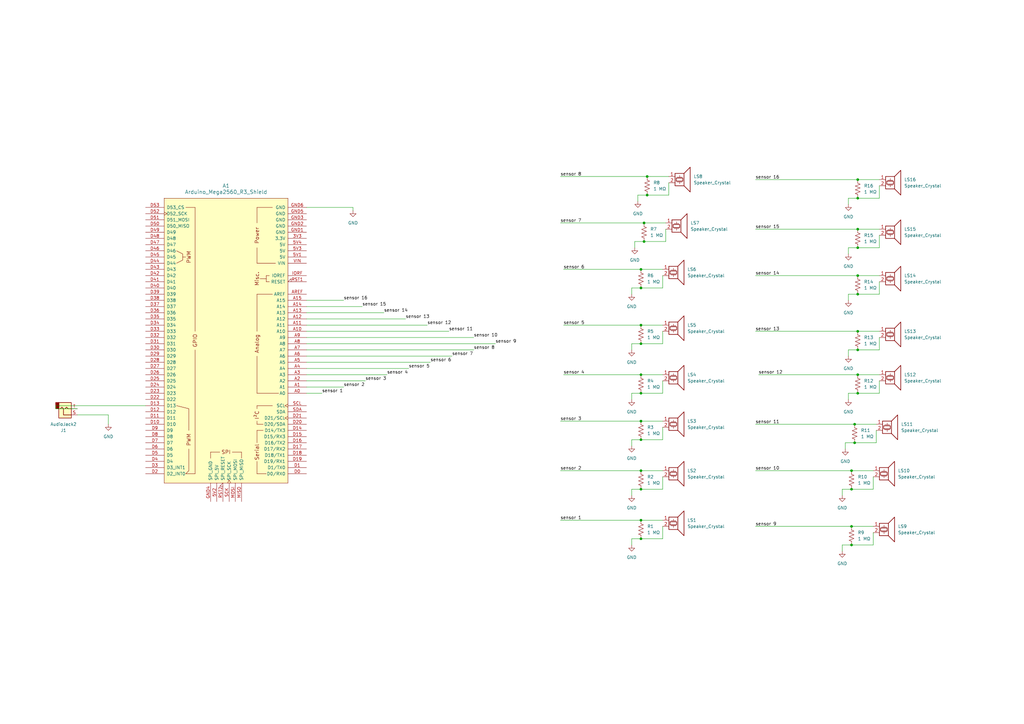
<source format=kicad_sch>
(kicad_sch (version 20230121) (generator eeschema)
  (paper "A3")
  (title_block (title "ENT3320_Schematic") (date "2024-04-04") (rev "4"))
  (lib_symbols
    (symbol "Connector_Audio:AudioJack2"
      (property "Reference" "J" (at 0 8.89 0))
      (property "Value" "AudioJack2" (at 0 6.35 0))
      (symbol "AudioJack2_0_1"
        (rectangle (start -3.81 0) (end -2.54 -2.54) (stroke (width 0.254)) (fill (type outline)))
        (rectangle (start -2.54 3.81) (end 2.54 -2.54) (stroke (width 0.254)) (fill (type background)))
        (polyline (pts (xy 0 0) (xy 0.635 -0.635) (xy 1.27 0) (xy 2.54 0)) (stroke (width 0.254)))
        (polyline (pts (xy 2.54 2.54) (xy -0.635 2.54) (xy -0.635 0) (xy -1.27 -0.635) (xy -1.905 0)) (stroke (width 0.254)))
      )
      (symbol "AudioJack2_1_1"
        (pin passive line (at 5.08 2.54 180) (length 2.54) (name "~") (number "S"))
        (pin passive line (at 5.08 0 180) (length 2.54) (name "~") (number "T"))
      )
    )
    (symbol "Device:R_US" (pin_numbers hide) (pin_names (offset 0))
      (property "Reference" "R" (at 2.54 0 90))
      (property "Value" "R_US" (at -2.54 0 90))
      (symbol "R_US_0_1"
        (polyline (pts (xy 0 -2.286) (xy 0 -2.54)))
        (polyline (pts (xy 0 2.286) (xy 0 2.54)))
        (polyline (pts (xy 0 -0.762) (xy 1.016 -1.143) (xy 0 -1.524) (xy -1.016 -1.905) (xy 0 -2.286)))
        (polyline (pts (xy 0 0.762) (xy 1.016 0.381) (xy 0 0) (xy -1.016 -0.381) (xy 0 -0.762)))
        (polyline (pts (xy 0 2.286) (xy 1.016 1.905) (xy 0 1.524) (xy -1.016 1.143) (xy 0 0.762)))
      )
      (symbol "R_US_1_1"
        (pin passive line (at 0 3.81 270) (length 1.27) (name "~") (number "1"))
        (pin passive line (at 0 -3.81 90) (length 1.27) (name "~") (number "2"))
      )
    )
    (symbol "Device:Speaker_Crystal" (pin_names (offset 0) hide)
      (property "Reference" "LS" (at 0.635 5.715 0))
      (property "Value" "Speaker_Crystal" (at 0.635 3.81 0))
      (symbol "Speaker_Crystal_0_0"
        (rectangle (start -2.54 1.27) (end 1.143 -3.81) (stroke (width 0.254)))
        (rectangle (start -2.032 -0.635) (end 0.635 -1.905) (stroke (width 0.254)))
        (polyline (pts (xy -1.651 -2.286) (xy 0.381 -2.286)))
        (polyline (pts (xy -1.651 -0.254) (xy 0.381 -0.254)))
        (polyline (pts (xy -0.635 -2.286) (xy -0.635 -3.048)))
        (polyline (pts (xy -0.635 -0.254) (xy -0.635 0.508)))
        (polyline (pts (xy 1.143 1.27) (xy 3.683 3.81) (xy 3.683 -6.35) (xy 1.143 -3.81)) (stroke (width 0.254)))
      )
      (symbol "Speaker_Crystal_1_1"
        (pin input line (at -5.08 0 0) (length 2.54) (name "1") (number "1"))
        (pin input line (at -5.08 -2.54 0) (length 2.54) (name "2") (number "2"))
      )
    )
    (symbol "PCM_arduino-library:Arduino_Mega2560_R3_Shield" (pin_names (offset 1.016))
      (property "Reference" "A" (at 0 -62.23 0))
      (property "Value" "Arduino_Mega2560_R3_Shield" (at 0 -66.04 0))
      (symbol "Arduino_Mega2560_R3_Shield_0_0"
        (rectangle (start -25.4 -58.42) (end 25.4 58.42) (fill (type background)))
        (rectangle (start -20.32 -31.75) (end -12.7 -31.75))
        (rectangle (start -19.05 -54.61) (end -12.7 -54.61))
        (rectangle (start -19.05 -19.05) (end -12.7 -19.05))
        (rectangle (start -19.05 26.67) (end -12.7 26.67))
        (rectangle (start -17.78 -26.67) (end -16.51 -26.67))
        (rectangle (start -17.78 -24.13) (end -16.51 -24.13))
        (rectangle (start -16.51 -25.4) (end -13.97 -25.4))
        (rectangle (start -16.51 -24.13) (end -16.51 -26.67))
        (rectangle (start -16.51 54.61) (end -12.7 54.61))
        (rectangle (start -15.24 34.29) (end -12.7 34.29))
        (rectangle (start -15.24 36.83) (end -12.7 36.83))
        (rectangle (start -12.7 -54.61) (end -12.7 -48.26))
        (rectangle (start -12.7 -31.75) (end -12.7 -38.1))
        (rectangle (start -12.7 26.67) (end -12.7 27.94))
        (rectangle (start -12.7 34.29) (end -12.7 33.02))
        (rectangle (start -12.7 41.91) (end -12.7 36.83))
        (rectangle (start -12.7 49.53) (end -12.7 54.61))
        (rectangle (start -6.35 48.26) (end -6.35 45.72))
        (rectangle (start -2.54 45.72) (end -6.35 45.72))
        (polyline (pts (xy -21.59 21.59) (xy -12.7 21.59)))
        (polyline (pts (xy -12.7 -19.05) (xy -12.7 -3.81)))
        (polyline (pts (xy -12.7 6.35) (xy -12.7 21.59)))
        (polyline (pts (xy 12.7 -54.61) (xy 16.51 -54.61)))
        (polyline (pts (xy 12.7 54.61) (xy 16.51 54.61)))
        (polyline (pts (xy 17.78 -34.29) (xy 16.51 -34.29)))
        (polyline (pts (xy 15.24 36.83) (xy 15.24 27.94) (xy 20.32 26.67)))
        (polyline (pts (xy 15.24 44.45) (xy 15.24 53.34) (xy 16.51 54.61)))
        (polyline (pts (xy 20.32 -31.75) (xy 17.78 -33.02) (xy 17.78 -35.56) (xy 20.32 -36.83)))
        (rectangle (start 6.35 45.72) (end 2.54 45.72))
        (rectangle (start 6.35 48.26) (end 6.35 45.72))
        (text "Analog" (at -12.7 1.27 900) (effects (font (size 1.524 1.524))))
        (text "I²C" (at -12.7 30.48 900) (effects (font (size 1.524 1.524))))
        (text "Misc." (at -12.7 -25.4 900) (effects (font (size 1.524 1.524))))
        (text "Power" (at -12.7 -43.18 900) (effects (font (size 1.524 1.524))))
        (text "PWM" (at 15.24 -34.29 900) (effects (font (size 1.524 1.524))))
        (text "PWM" (at 15.24 40.64 900) (effects (font (size 1.524 1.524))))
        (text "Serial" (at -12.7 45.72 900) (effects (font (size 1.524 1.524))))
        (text "SPI" (at 0 45.72 0) (effects (font (size 1.524 1.524))))
      )
      (symbol "Arduino_Mega2560_R3_Shield_1_0"
        (rectangle (start 12.7 -54.61) (end 12.7 -3.81))
        (rectangle (start 12.7 54.61) (end 12.7 3.81))
        (text "GPIO" (at 12.7 0 900) (effects (font (size 1.524 1.524))))
      )
      (symbol "Arduino_Mega2560_R3_Shield_1_1"
        (pin power_out line (at -33.02 -41.91 0) (length 7.62) (name "3.3V") (number "3V3"))
        (pin power_in line (at -33.02 -34.29 0) (length 7.62) (name "5V") (number "5V1"))
        (pin power_in line (at 3.81 66.04 270) (length 7.62) (name "SPI_5V") (number "5V2"))
        (pin power_in line (at -33.02 -36.83 0) (length 7.62) (name "5V") (number "5V3"))
        (pin power_in line (at -33.02 -39.37 0) (length 7.62) (name "5V") (number "5V4"))
        (pin bidirectional line (at -33.02 21.59 0) (length 7.62) (name "A0") (number "A0"))
        (pin bidirectional line (at -33.02 19.05 0) (length 7.62) (name "A1") (number "A1"))
        (pin bidirectional line (at -33.02 -3.81 0) (length 7.62) (name "A10") (number "A10"))
        (pin bidirectional line (at -33.02 -6.35 0) (length 7.62) (name "A11") (number "A11"))
        (pin bidirectional line (at -33.02 -8.89 0) (length 7.62) (name "A12") (number "A12"))
        (pin bidirectional line (at -33.02 -11.43 0) (length 7.62) (name "A13") (number "A13"))
        (pin bidirectional line (at -33.02 -13.97 0) (length 7.62) (name "A14") (number "A14"))
        (pin bidirectional line (at -33.02 -16.51 0) (length 7.62) (name "A15") (number "A15"))
        (pin bidirectional line (at -33.02 16.51 0) (length 7.62) (name "A2") (number "A2"))
        (pin bidirectional line (at -33.02 13.97 0) (length 7.62) (name "A3") (number "A3"))
        (pin bidirectional line (at -33.02 11.43 0) (length 7.62) (name "A4") (number "A4"))
        (pin bidirectional line (at -33.02 8.89 0) (length 7.62) (name "A5") (number "A5"))
        (pin bidirectional line (at -33.02 6.35 0) (length 7.62) (name "A6") (number "A6"))
        (pin bidirectional line (at -33.02 3.81 0) (length 7.62) (name "A7") (number "A7"))
        (pin bidirectional line (at -33.02 1.27 0) (length 7.62) (name "A8") (number "A8"))
        (pin bidirectional line (at -33.02 -1.27 0) (length 7.62) (name "A9") (number "A9"))
        (pin input line (at -33.02 -19.05 0) (length 7.62) (name "AREF") (number "AREF"))
        (pin bidirectional line (at -33.02 54.61 0) (length 7.62) (name "D0/RX0") (number "D0"))
        (pin bidirectional line (at -33.02 52.07 0) (length 7.62) (name "D1/TX0") (number "D1"))
        (pin bidirectional line (at 33.02 34.29 180) (length 7.62) (name "D10") (number "D10"))
        (pin bidirectional line (at 33.02 31.75 180) (length 7.62) (name "D11") (number "D11"))
        (pin bidirectional line (at 33.02 29.21 180) (length 7.62) (name "D12") (number "D12"))
        (pin bidirectional line (at 33.02 26.67 180) (length 7.62) (name "D13") (number "D13"))
        (pin bidirectional line (at -33.02 36.83 0) (length 7.62) (name "D14/TX3") (number "D14"))
        (pin bidirectional line (at -33.02 39.37 0) (length 7.62) (name "D15/RX3") (number "D15"))
        (pin bidirectional line (at -33.02 41.91 0) (length 7.62) (name "D16/TX2") (number "D16"))
        (pin bidirectional line (at -33.02 44.45 0) (length 7.62) (name "D17/RX2") (number "D17"))
        (pin bidirectional line (at -33.02 46.99 0) (length 7.62) (name "D18/TX1") (number "D18"))
        (pin bidirectional line (at -33.02 49.53 0) (length 7.62) (name "D19/RX1") (number "D19"))
        (pin bidirectional line (at 33.02 54.61 180) (length 7.62) (name "D2_INT0") (number "D2"))
        (pin bidirectional line (at -33.02 34.29 0) (length 7.62) (name "D20/SDA") (number "D20"))
        (pin bidirectional clock (at -33.02 31.75 0) (length 7.62) (name "D21/SCL") (number "D21"))
        (pin bidirectional line (at 33.02 24.13 180) (length 7.62) (name "D22") (number "D22"))
        (pin bidirectional line (at 33.02 21.59 180) (length 7.62) (name "D23") (number "D23"))
        (pin bidirectional line (at 33.02 19.05 180) (length 7.62) (name "D24") (number "D24"))
        (pin bidirectional line (at 33.02 16.51 180) (length 7.62) (name "D25") (number "D25"))
        (pin bidirectional line (at 33.02 13.97 180) (length 7.62) (name "D26") (number "D26"))
        (pin bidirectional line (at 33.02 11.43 180) (length 7.62) (name "D27") (number "D27"))
        (pin bidirectional line (at 33.02 8.89 180) (length 7.62) (name "D28") (number "D28"))
        (pin bidirectional line (at 33.02 6.35 180) (length 7.62) (name "D29") (number "D29"))
        (pin bidirectional line (at 33.02 52.07 180) (length 7.62) (name "D3_INT1") (number "D3"))
        (pin bidirectional line (at 33.02 3.81 180) (length 7.62) (name "D30") (number "D30"))
        (pin bidirectional line (at 33.02 1.27 180) (length 7.62) (name "D31") (number "D31"))
        (pin bidirectional line (at 33.02 -1.27 180) (length 7.62) (name "D32") (number "D32"))
        (pin bidirectional line (at 33.02 -3.81 180) (length 7.62) (name "D33") (number "D33"))
        (pin bidirectional line (at 33.02 -6.35 180) (length 7.62) (name "D34") (number "D34"))
        (pin bidirectional line (at 33.02 -8.89 180) (length 7.62) (name "D35") (number "D35"))
        (pin bidirectional line (at 33.02 -11.43 180) (length 7.62) (name "D36") (number "D36"))
        (pin bidirectional line (at 33.02 -13.97 180) (length 7.62) (name "D37") (number "D37"))
        (pin bidirectional line (at 33.02 -16.51 180) (length 7.62) (name "D38") (number "D38"))
        (pin bidirectional line (at 33.02 -19.05 180) (length 7.62) (name "D39") (number "D39"))
        (pin bidirectional line (at 33.02 49.53 180) (length 7.62) (name "D4") (number "D4"))
        (pin bidirectional line (at 33.02 -21.59 180) (length 7.62) (name "D40") (number "D40"))
        (pin bidirectional line (at 33.02 -24.13 180) (length 7.62) (name "D41") (number "D41"))
        (pin bidirectional line (at 33.02 -26.67 180) (length 7.62) (name "D42") (number "D42"))
        (pin bidirectional line (at 33.02 -29.21 180) (length 7.62) (name "D43") (number "D43"))
        (pin bidirectional line (at 33.02 -31.75 180) (length 7.62) (name "D44") (number "D44"))
        (pin bidirectional line (at 33.02 -34.29 180) (length 7.62) (name "D45") (number "D45"))
        (pin bidirectional line (at 33.02 -36.83 180) (length 7.62) (name "D46") (number "D46"))
        (pin bidirectional line (at 33.02 -39.37 180) (length 7.62) (name "D47") (number "D47"))
        (pin bidirectional line (at 33.02 -41.91 180) (length 7.62) (name "D48") (number "D48"))
        (pin bidirectional line (at 33.02 -44.45 180) (length 7.62) (name "D49") (number "D49"))
        (pin bidirectional line (at 33.02 46.99 180) (length 7.62) (name "D5") (number "D5"))
        (pin bidirectional line (at 33.02 -46.99 180) (length 7.62) (name "D50_MISO") (number "D50"))
        (pin bidirectional line (at 33.02 -49.53 180) (length 7.62) (name "D51_MOSI") (number "D51"))
        (pin bidirectional clock (at 33.02 -52.07 180) (length 7.62) (name "D52_SCK") (number "D52"))
        (pin bidirectional line (at 33.02 -54.61 180) (length 7.62) (name "D53_CS") (number "D53"))
        (pin bidirectional line (at 33.02 44.45 180) (length 7.62) (name "D6") (number "D6"))
        (pin bidirectional line (at 33.02 41.91 180) (length 7.62) (name "D7") (number "D7"))
        (pin bidirectional line (at 33.02 39.37 180) (length 7.62) (name "D8") (number "D8"))
        (pin bidirectional line (at 33.02 36.83 180) (length 7.62) (name "D9") (number "D9"))
        (pin power_in line (at -33.02 -44.45 0) (length 7.62) (name "GND") (number "GND1"))
        (pin power_in line (at -33.02 -46.99 0) (length 7.62) (name "GND") (number "GND2"))
        (pin power_in line (at -33.02 -49.53 0) (length 7.62) (name "GND") (number "GND3"))
        (pin power_in line (at 6.35 66.04 270) (length 7.62) (name "SPI_GND") (number "GND4"))
        (pin power_in line (at -33.02 -52.07 0) (length 7.62) (name "GND") (number "GND5"))
        (pin power_in line (at -33.02 -54.61 0) (length 7.62) (name "GND") (number "GND6"))
        (pin output line (at -33.02 -26.67 0) (length 7.62) (name "IOREF") (number "IORF"))
        (pin input line (at -6.35 66.04 270) (length 7.62) (name "SPI_MISO") (number "MISO"))
        (pin output line (at -3.81 66.04 270) (length 7.62) (name "SPI_MOSI") (number "MOSI"))
        (pin open_collector input_low (at -33.02 -24.13 0) (length 7.62) (name "RESET") (number "RST1"))
        (pin open_collector input_low (at 1.27 66.04 270) (length 7.62) (name "SPI_RESET") (number "RST2"))
        (pin output clock (at -1.27 66.04 270) (length 7.62) (name "SPI_SCK") (number "SCK"))
        (pin bidirectional clock (at -33.02 26.67 0) (length 7.62) (name "SCL") (number "SCL"))
        (pin bidirectional line (at -33.02 29.21 0) (length 7.62) (name "SDA") (number "SDA"))
        (pin power_in line (at -33.02 -31.75 0) (length 7.62) (name "VIN") (number "VIN"))
      )
    )
    (symbol "power:GND" (power) (pin_names (offset 0))
      (property "Value" "GND" (at 0 -3.81 0))
      (symbol "GND_0_1"
        (polyline (pts (xy 0 0) (xy 0 -1.27) (xy 1.27 -1.27) (xy 0 -2.54) (xy -1.27 -1.27) (xy 0 -1.27)))
      )
      (symbol "GND_1_1"
        (pin power_in line (at 0 0 270) (length 0) hide (name "GND") (number "1"))
      )
    )
  )
  (junction (at 262.89 161.29))
  (junction (at 262.89 213.36))
  (junction (at 351.79 135.89))
  (junction (at 262.89 110.49))
  (junction (at 351.79 101.6))
  (junction (at 350.52 173.99))
  (junction (at 351.79 120.65))
  (junction (at 262.89 193.04))
  (junction (at 349.25 193.04))
  (junction (at 351.79 161.29))
  (junction (at 262.89 133.35))
  (junction (at 351.79 73.66))
  (junction (at 265.43 72.39))
  (junction (at 265.43 80.01))
  (junction (at 262.89 200.66))
  (junction (at 351.79 81.28))
  (junction (at 351.79 143.51))
  (junction (at 349.25 200.66))
  (junction (at 351.79 93.98))
  (junction (at 262.89 180.34))
  (junction (at 262.89 118.11))
  (junction (at 351.79 113.03))
  (junction (at 262.89 153.67))
  (junction (at 351.79 153.67))
  (junction (at 264.16 99.06))
  (junction (at 262.89 140.97))
  (junction (at 262.89 220.98))
  (junction (at 349.25 215.9))
  (junction (at 349.25 223.52))
  (junction (at 264.16 91.44))
  (junction (at 262.89 172.72))
  (junction (at 350.52 181.61))
  (wire (pts (xy 271.78 220.98) (xy 271.78 215.9)))
  (wire (pts (xy 360.68 101.6) (xy 360.68 96.52)))
  (wire (pts (xy 271.78 140.97) (xy 271.78 135.89)))
  (wire (pts (xy 262.89 200.66) (xy 259.08 200.66)))
  (wire (pts (xy 309.88 113.03) (xy 351.79 113.03)))
  (wire (pts (xy 351.79 120.65) (xy 347.98 120.65)))
  (wire (pts (xy 360.68 81.28) (xy 360.68 76.2)))
  (wire (pts (xy 347.98 101.6) (xy 347.98 104.14)))
  (wire (pts (xy 265.43 72.39) (xy 274.32 72.39)))
  (wire (pts (xy 351.79 73.66) (xy 360.68 73.66)))
  (wire (pts (xy 229.87 193.04) (xy 262.89 193.04)))
  (wire (pts (xy 309.88 93.98) (xy 351.79 93.98)))
  (wire (pts (xy 347.98 161.29) (xy 347.98 163.83)))
  (wire (pts (xy 350.52 173.99) (xy 359.41 173.99)))
  (wire (pts (xy 262.89 161.29) (xy 271.78 161.29)))
  (wire (pts (xy 125.73 133.35) (xy 175.26 133.35)))
  (wire (pts (xy 229.87 72.39) (xy 265.43 72.39)))
  (wire (pts (xy 125.73 125.73) (xy 148.59 125.73)))
  (wire (pts (xy 31.75 167.64) (xy 22.86 167.64)))
  (wire (pts (xy 273.05 99.06) (xy 273.05 93.98)))
  (wire (pts (xy 44.45 170.18) (xy 44.45 173.99)))
  (wire (pts (xy 359.41 181.61) (xy 359.41 176.53)))
  (wire (pts (xy 351.79 120.65) (xy 360.68 120.65)))
  (wire (pts (xy 349.25 200.66) (xy 358.14 200.66)))
  (wire (pts (xy 125.73 138.43) (xy 194.31 138.43)))
  (wire (pts (xy 125.73 135.89) (xy 184.15 135.89)))
  (wire (pts (xy 262.89 193.04) (xy 271.78 193.04)))
  (wire (pts (xy 345.44 223.52) (xy 345.44 226.06)))
  (wire (pts (xy 144.78 85.09) (xy 144.78 86.36)))
  (wire (pts (xy 262.89 133.35) (xy 271.78 133.35)))
  (wire (pts (xy 271.78 118.11) (xy 271.78 113.03)))
  (wire (pts (xy 260.35 99.06) (xy 260.35 101.6)))
  (wire (pts (xy 259.08 200.66) (xy 259.08 203.2)))
  (wire (pts (xy 351.79 143.51) (xy 347.98 143.51)))
  (wire (pts (xy 125.73 128.27) (xy 157.48 128.27)))
  (wire (pts (xy 125.73 151.13) (xy 167.64 151.13)))
  (wire (pts (xy 125.73 143.51) (xy 194.31 143.51)))
  (wire (pts (xy 309.88 215.9) (xy 349.25 215.9)))
  (wire (pts (xy 259.08 118.11) (xy 259.08 120.65)))
  (wire (pts (xy 358.14 223.52) (xy 358.14 218.44)))
  (wire (pts (xy 125.73 158.75) (xy 140.97 158.75)))
  (wire (pts (xy 311.15 153.67) (xy 351.79 153.67)))
  (wire (pts (xy 349.25 223.52) (xy 345.44 223.52)))
  (wire (pts (xy 262.89 118.11) (xy 271.78 118.11)))
  (wire (pts (xy 274.32 80.01) (xy 274.32 74.93)))
  (wire (pts (xy 262.89 172.72) (xy 271.78 172.72)))
  (wire (pts (xy 229.87 91.44) (xy 264.16 91.44)))
  (wire (pts (xy 259.08 180.34) (xy 259.08 182.88)))
  (wire (pts (xy 351.79 101.6) (xy 360.68 101.6)))
  (wire (pts (xy 360.68 161.29) (xy 360.68 156.21)))
  (wire (pts (xy 264.16 99.06) (xy 273.05 99.06)))
  (wire (pts (xy 262.89 220.98) (xy 271.78 220.98)))
  (wire (pts (xy 271.78 161.29) (xy 271.78 156.21)))
  (wire (pts (xy 125.73 148.59) (xy 176.53 148.59)))
  (wire (pts (xy 125.73 156.21) (xy 149.86 156.21)))
  (wire (pts (xy 347.98 81.28) (xy 347.98 83.82)))
  (wire (pts (xy 22.86 167.64) (xy 22.86 166.37)))
  (wire (pts (xy 262.89 220.98) (xy 259.08 220.98)))
  (wire (pts (xy 125.73 123.19) (xy 140.97 123.19)))
  (wire (pts (xy 265.43 80.01) (xy 274.32 80.01)))
  (wire (pts (xy 351.79 81.28) (xy 347.98 81.28)))
  (wire (pts (xy 309.88 135.89) (xy 351.79 135.89)))
  (wire (pts (xy 309.88 193.04) (xy 349.25 193.04)))
  (wire (pts (xy 262.89 200.66) (xy 271.78 200.66)))
  (wire (pts (xy 351.79 113.03) (xy 360.68 113.03)))
  (wire (pts (xy 125.73 161.29) (xy 132.08 161.29)))
  (wire (pts (xy 345.44 200.66) (xy 345.44 203.2)))
  (wire (pts (xy 346.71 181.61) (xy 346.71 184.15)))
  (wire (pts (xy 351.79 93.98) (xy 360.68 93.98)))
  (wire (pts (xy 231.14 153.67) (xy 262.89 153.67)))
  (wire (pts (xy 351.79 143.51) (xy 360.68 143.51)))
  (wire (pts (xy 309.88 173.99) (xy 350.52 173.99)))
  (wire (pts (xy 229.87 213.36) (xy 262.89 213.36)))
  (wire (pts (xy 229.87 172.72) (xy 262.89 172.72)))
  (wire (pts (xy 125.73 153.67) (xy 158.75 153.67)))
  (wire (pts (xy 349.25 223.52) (xy 358.14 223.52)))
  (wire (pts (xy 349.25 200.66) (xy 345.44 200.66)))
  (wire (pts (xy 125.73 85.09) (xy 144.78 85.09)))
  (wire (pts (xy 259.08 140.97) (xy 259.08 143.51)))
  (wire (pts (xy 262.89 180.34) (xy 271.78 180.34)))
  (wire (pts (xy 350.52 181.61) (xy 346.71 181.61)))
  (wire (pts (xy 351.79 153.67) (xy 360.68 153.67)))
  (wire (pts (xy 262.89 180.34) (xy 259.08 180.34)))
  (wire (pts (xy 351.79 135.89) (xy 360.68 135.89)))
  (wire (pts (xy 264.16 99.06) (xy 260.35 99.06)))
  (wire (pts (xy 261.62 80.01) (xy 261.62 82.55)))
  (wire (pts (xy 351.79 81.28) (xy 360.68 81.28)))
  (wire (pts (xy 351.79 161.29) (xy 360.68 161.29)))
  (wire (pts (xy 262.89 140.97) (xy 271.78 140.97)))
  (wire (pts (xy 360.68 120.65) (xy 360.68 115.57)))
  (wire (pts (xy 125.73 130.81) (xy 166.37 130.81)))
  (wire (pts (xy 309.88 73.66) (xy 351.79 73.66)))
  (wire (pts (xy 347.98 143.51) (xy 347.98 146.05)))
  (wire (pts (xy 264.16 91.44) (xy 273.05 91.44)))
  (wire (pts (xy 347.98 120.65) (xy 347.98 123.19)))
  (wire (pts (xy 262.89 118.11) (xy 259.08 118.11)))
  (wire (pts (xy 259.08 161.29) (xy 259.08 163.83)))
  (wire (pts (xy 358.14 200.66) (xy 358.14 195.58)))
  (wire (pts (xy 259.08 220.98) (xy 259.08 223.52)))
  (wire (pts (xy 262.89 213.36) (xy 271.78 213.36)))
  (wire (pts (xy 262.89 110.49) (xy 271.78 110.49)))
  (wire (pts (xy 125.73 140.97) (xy 203.2 140.97)))
  (wire (pts (xy 271.78 180.34) (xy 271.78 175.26)))
  (wire (pts (xy 271.78 200.66) (xy 271.78 195.58)))
  (wire (pts (xy 125.73 146.05) (xy 185.42 146.05)))
  (wire (pts (xy 262.89 140.97) (xy 259.08 140.97)))
  (wire (pts (xy 349.25 215.9) (xy 358.14 215.9)))
  (wire (pts (xy 351.79 161.29) (xy 347.98 161.29)))
  (wire (pts (xy 31.75 170.18) (xy 44.45 170.18)))
  (wire (pts (xy 262.89 153.67) (xy 271.78 153.67)))
  (wire (pts (xy 231.14 110.49) (xy 262.89 110.49)))
  (wire (pts (xy 265.43 80.01) (xy 261.62 80.01)))
  (wire (pts (xy 22.86 166.37) (xy 59.69 166.37)))
  (wire (pts (xy 351.79 101.6) (xy 347.98 101.6)))
  (wire (pts (xy 360.68 143.51) (xy 360.68 138.43)))
  (wire (pts (xy 262.89 161.29) (xy 259.08 161.29)))
  (wire (pts (xy 231.14 133.35) (xy 262.89 133.35)))
  (wire (pts (xy 350.52 181.61) (xy 359.41 181.61)))
  (wire (pts (xy 349.25 193.04) (xy 358.14 193.04)))
  (label "sensor 7" (at 185.42 146.05 0))
  (label "sensor 4" (at 231.14 153.67 0))
  (label "sensor 15" (at 309.88 93.98 0))
  (label "sensor 6" (at 176.53 148.59 0))
  (label "sensor 6" (at 231.14 110.49 0))
  (label "sensor 16" (at 309.88 73.66 0))
  (label "sensor 14" (at 157.48 128.27 0))
  (label "sensor 7" (at 229.87 91.44 0))
  (label "sensor 15" (at 148.59 125.73 0))
  (label "sensor 2" (at 140.97 158.75 0))
  (label "sensor 13" (at 309.88 135.89 0))
  (label "sensor 10" (at 309.88 193.04 0))
  (label "sensor 2" (at 229.87 193.04 0))
  (label "sensor 9" (at 309.88 215.9 0))
  (label "sensor 13" (at 166.37 130.81 0))
  (label "sensor 4" (at 158.75 153.67 0))
  (label "sensor 1" (at 132.08 161.29 0))
  (label "sensor 12" (at 175.26 133.35 0))
  (label "sensor 8" (at 229.87 72.39 0))
  (label "sensor 1" (at 229.87 213.36 0))
  (label "sensor 5" (at 167.64 151.13 0))
  (label "sensor 5" (at 231.14 133.35 0))
  (label "sensor 3" (at 229.87 172.72 0))
  (label "sensor 14" (at 309.88 113.03 0))
  (label "sensor 12" (at 311.15 153.67 0))
  (label "sensor 11" (at 309.88 173.99 0))
  (label "sensor 16" (at 140.97 123.19 0))
  (label "sensor 8" (at 194.31 143.51 0))
  (label "sensor 11" (at 184.15 135.89 0))
  (label "sensor 3" (at 149.86 156.21 0))
  (label "sensor 9" (at 203.2 140.97 0))
  (label "sensor 10" (at 194.31 138.43 0))
  (symbol (lib_id "power:GND") (at 259.08 120.65 0) (unit 1)
    (property "Reference" "#PWR06" (effects hide))
    (property "Value" "GND" (at 259.08 125.73 0))
  )
  (symbol (lib_id "power:GND") (at 347.98 104.14 0) (unit 1)
    (property "Reference" "#PWR017" (effects hide))
    (property "Value" "GND" (at 347.98 109.22 0))
  )
  (symbol (lib_id "Device:R_US") (at 350.52 177.8 0) (unit 1)
    (property "Reference" "R11" (at 353.06 176.53 0) (effects (justify left)))
    (property "Value" "1 MΩ" (at 353.06 179.07 0) (effects (justify left)))
  )
  (symbol (lib_id "Device:Speaker_Crystal") (at 365.76 113.03 0) (unit 1)
    (property "Reference" "LS14" (at 370.84 113.03 0) (effects (justify left)))
    (property "Value" "Speaker_Crystal" (at 370.84 115.57 0) (effects (justify left)))
  )
  (symbol (lib_id "Device:R_US") (at 262.89 137.16 0) (unit 1)
    (property "Reference" "R5" (at 265.43 135.89 0) (effects (justify left)))
    (property "Value" "1 MΩ" (at 265.43 138.43 0) (effects (justify left)))
  )
  (symbol (lib_id "power:GND") (at 347.98 163.83 0) (unit 1)
    (property "Reference" "#PWR014" (effects hide))
    (property "Value" "GND" (at 347.98 168.91 0))
  )
  (symbol (lib_id "Device:R_US") (at 262.89 217.17 0) (unit 1)
    (property "Reference" "R1" (at 265.43 215.9 0) (effects (justify left)))
    (property "Value" "1 MΩ" (at 265.43 218.44 0) (effects (justify left)))
  )
  (symbol (lib_id "Device:Speaker_Crystal") (at 364.49 173.99 0) (unit 1)
    (property "Reference" "LS11" (at 369.57 173.99 0) (effects (justify left)))
    (property "Value" "Speaker_Crystal" (at 369.57 176.53 0) (effects (justify left)))
  )
  (symbol (lib_id "Device:Speaker_Crystal") (at 365.76 153.67 0) (unit 1)
    (property "Reference" "LS12" (at 370.84 153.67 0) (effects (justify left)))
    (property "Value" "Speaker_Crystal" (at 370.84 156.21 0) (effects (justify left)))
  )
  (symbol (lib_id "Device:R_US") (at 265.43 76.2 0) (unit 1)
    (property "Reference" "R8" (at 267.97 74.93 0) (effects (justify left)))
    (property "Value" "1 MΩ" (at 267.97 77.47 0) (effects (justify left)))
  )
  (symbol (lib_id "power:GND") (at 346.71 184.15 0) (unit 1)
    (property "Reference" "#PWR012" (effects hide))
    (property "Value" "GND" (at 346.71 189.23 0))
  )
  (symbol (lib_id "power:GND") (at 347.98 146.05 0) (unit 1)
    (property "Reference" "#PWR016" (effects hide))
    (property "Value" "GND" (at 347.98 151.13 0))
  )
  (symbol (lib_id "Device:R_US") (at 351.79 97.79 0) (unit 1)
    (property "Reference" "R15" (at 354.33 96.52 0) (effects (justify left)))
    (property "Value" "1 MΩ" (at 354.33 99.06 0) (effects (justify left)))
  )
  (symbol (lib_id "Device:Speaker_Crystal") (at 278.13 91.44 0) (unit 1)
    (property "Reference" "LS7" (at 283.21 91.44 0) (effects (justify left)))
    (property "Value" "Speaker_Crystal" (at 283.21 93.98 0) (effects (justify left)))
  )
  (symbol (lib_id "Device:R_US") (at 351.79 139.7 0) (unit 1)
    (property "Reference" "R13" (at 354.33 138.43 0) (effects (justify left)))
    (property "Value" "1 MΩ" (at 354.33 140.97 0) (effects (justify left)))
  )
  (symbol (lib_id "Device:R_US") (at 262.89 176.53 0) (unit 1)
    (property "Reference" "R3" (at 265.43 175.26 0) (effects (justify left)))
    (property "Value" "1 MΩ" (at 265.43 177.8 0) (effects (justify left)))
  )
  (symbol (lib_id "power:GND") (at 44.45 173.99 0) (unit 1)
    (property "Reference" "#PWR013" (effects hide))
    (property "Value" "GND" (at 44.45 179.07 0))
  )
  (symbol (lib_id "power:GND") (at 345.44 203.2 0) (unit 1)
    (property "Reference" "#PWR010" (effects hide))
    (property "Value" "GND" (at 345.44 208.28 0))
  )
  (symbol (lib_id "power:GND") (at 259.08 163.83 0) (unit 1)
    (property "Reference" "#PWR09" (effects hide))
    (property "Value" "GND" (at 259.08 168.91 0))
  )
  (symbol (lib_id "Device:R_US") (at 349.25 219.71 0) (unit 1)
    (property "Reference" "R9" (at 351.79 218.44 0) (effects (justify left)))
    (property "Value" "1 MΩ" (at 351.79 220.98 0) (effects (justify left)))
  )
  (symbol (lib_id "Device:R_US") (at 351.79 157.48 0) (unit 1)
    (property "Reference" "R12" (at 354.33 156.21 0) (effects (justify left)))
    (property "Value" "1 MΩ" (at 354.33 158.75 0) (effects (justify left)))
  )
  (symbol (lib_id "power:GND") (at 347.98 83.82 0) (unit 1)
    (property "Reference" "#PWR018" (effects hide))
    (property "Value" "GND" (at 347.98 88.9 0))
  )
  (symbol (lib_id "Device:Speaker_Crystal") (at 276.86 172.72 0) (unit 1)
    (property "Reference" "LS3" (at 281.94 172.72 0) (effects (justify left)))
    (property "Value" "Speaker_Crystal" (at 281.94 175.26 0) (effects (justify left)))
  )
  (symbol (lib_id "power:GND") (at 259.08 223.52 0) (unit 1)
    (property "Reference" "#PWR02" (effects hide))
    (property "Value" "GND" (at 259.08 228.6 0))
  )
  (symbol (lib_id "PCM_arduino-library:Arduino_Mega2560_R3_Shield") (at 92.71 139.7 180) (unit 1)
    (property "Reference" "A1" (at 92.71 76.2 0) (effects (font (size 1.524 1.524))))
    (property "Value" "Arduino_Mega2560_R3_Shield" (at 92.71 78.74 0) (effects (font (size 1.524 1.524))))
    (property "Footprint" "PCM_arduino-library:Arduino_Mega2560_R3_Shield" (effects hide))
    (property "Datasheet" "https://docs.arduino.cc/hardware/mega-2560" (effects hide))
  )
  (symbol (lib_id "power:GND") (at 261.62 82.55 0) (unit 1)
    (property "Reference" "#PWR08" (effects hide))
    (property "Value" "GND" (at 261.62 87.63 0))
  )
  (symbol (lib_id "Device:R_US") (at 264.16 95.25 0) (unit 1)
    (property "Reference" "R7" (at 266.7 93.98 0) (effects (justify left)))
    (property "Value" "1 MΩ" (at 266.7 96.52 0) (effects (justify left)))
  )
  (symbol (lib_id "Device:Speaker_Crystal") (at 365.76 93.98 0) (unit 1)
    (property "Reference" "LS15" (at 370.84 93.98 0) (effects (justify left)))
    (property "Value" "Speaker_Crystal" (at 370.84 96.52 0) (effects (justify left)))
  )
  (symbol (lib_id "Device:Speaker_Crystal") (at 276.86 153.67 0) (unit 1)
    (property "Reference" "LS4" (at 281.94 153.67 0) (effects (justify left)))
    (property "Value" "Speaker_Crystal" (at 281.94 156.21 0) (effects (justify left)))
  )
  (symbol (lib_id "Device:R_US") (at 351.79 116.84 0) (unit 1)
    (property "Reference" "R14" (at 354.33 115.57 0) (effects (justify left)))
    (property "Value" "1 MΩ" (at 354.33 118.11 0) (effects (justify left)))
  )
  (symbol (lib_id "Device:Speaker_Crystal") (at 276.86 133.35 0) (unit 1)
    (property "Reference" "LS5" (at 281.94 133.35 0) (effects (justify left)))
    (property "Value" "Speaker_Crystal" (at 281.94 135.89 0) (effects (justify left)))
  )
  (symbol (lib_id "power:GND") (at 347.98 123.19 0) (unit 1)
    (property "Reference" "#PWR015" (effects hide))
    (property "Value" "GND" (at 347.98 128.27 0))
  )
  (symbol (lib_id "power:GND") (at 260.35 101.6 0) (unit 1)
    (property "Reference" "#PWR07" (effects hide))
    (property "Value" "GND" (at 260.35 106.68 0))
  )
  (symbol (lib_id "power:GND") (at 259.08 182.88 0) (unit 1)
    (property "Reference" "#PWR04" (effects hide))
    (property "Value" "GND" (at 259.08 187.96 0))
  )
  (symbol (lib_id "Device:R_US") (at 262.89 196.85 0) (unit 1)
    (property "Reference" "R2" (at 265.43 195.58 0) (effects (justify left)))
    (property "Value" "1 MΩ" (at 265.43 198.12 0) (effects (justify left)))
  )
  (symbol (lib_id "Connector_Audio:AudioJack2") (at 26.67 167.64 0) (mirror x) (unit 1)
    (property "Reference" "J1" (at 26.035 176.53 0))
    (property "Value" "AudioJack2" (at 26.035 173.99 0))
  )
  (symbol (lib_id "Device:R_US") (at 262.89 157.48 0) (unit 1)
    (property "Reference" "R4" (at 265.43 156.21 0) (effects (justify left)))
    (property "Value" "1 MΩ" (at 265.43 158.75 0) (effects (justify left)))
  )
  (symbol (lib_id "Device:R_US") (at 351.79 77.47 0) (unit 1)
    (property "Reference" "R16" (at 354.33 76.2 0) (effects (justify left)))
    (property "Value" "1 MΩ" (at 354.33 78.74 0) (effects (justify left)))
  )
  (symbol (lib_id "Device:Speaker_Crystal") (at 276.86 213.36 0) (unit 1)
    (property "Reference" "LS1" (at 281.94 213.36 0) (effects (justify left)))
    (property "Value" "Speaker_Crystal" (at 281.94 215.9 0) (effects (justify left)))
  )
  (symbol (lib_id "Device:Speaker_Crystal") (at 363.22 215.9 0) (unit 1)
    (property "Reference" "LS9" (at 368.3 215.9 0) (effects (justify left)))
    (property "Value" "Speaker_Crystal" (at 368.3 218.44 0) (effects (justify left)))
  )
  (symbol (lib_id "Device:Speaker_Crystal") (at 365.76 73.66 0) (unit 1)
    (property "Reference" "LS16" (at 370.84 73.66 0) (effects (justify left)))
    (property "Value" "Speaker_Crystal" (at 370.84 76.2 0) (effects (justify left)))
  )
  (symbol (lib_id "Device:Speaker_Crystal") (at 276.86 110.49 0) (unit 1)
    (property "Reference" "LS6" (at 281.94 110.49 0) (effects (justify left)))
    (property "Value" "Speaker_Crystal" (at 281.94 113.03 0) (effects (justify left)))
  )
  (symbol (lib_id "power:GND") (at 345.44 226.06 0) (unit 1)
    (property "Reference" "#PWR011" (effects hide))
    (property "Value" "GND" (at 345.44 231.14 0))
  )
  (symbol (lib_id "Device:R_US") (at 262.89 114.3 0) (unit 1)
    (property "Reference" "R6" (at 265.43 113.03 0) (effects (justify left)))
    (property "Value" "1 MΩ" (at 265.43 115.57 0) (effects (justify left)))
  )
  (symbol (lib_id "Device:Speaker_Crystal") (at 279.4 72.39 0) (unit 1)
    (property "Reference" "LS8" (at 284.48 72.39 0) (effects (justify left)))
    (property "Value" "Speaker_Crystal" (at 284.48 74.93 0) (effects (justify left)))
  )
  (symbol (lib_id "power:GND") (at 259.08 143.51 0) (unit 1)
    (property "Reference" "#PWR05" (effects hide))
    (property "Value" "GND" (at 259.08 148.59 0))
  )
  (symbol (lib_id "power:GND") (at 144.78 86.36 0) (unit 1)
    (property "Reference" "#PWR01" (effects hide))
    (property "Value" "GND" (at 144.78 91.44 0))
  )
  (symbol (lib_id "Device:Speaker_Crystal") (at 363.22 193.04 0) (unit 1)
    (property "Reference" "LS10" (at 368.3 193.04 0) (effects (justify left)))
    (property "Value" "Speaker_Crystal" (at 368.3 195.58 0) (effects (justify left)))
  )
  (symbol (lib_id "power:GND") (at 259.08 203.2 0) (unit 1)
    (property "Reference" "#PWR03" (effects hide))
    (property "Value" "GND" (at 259.08 208.28 0))
  )
  (symbol (lib_id "Device:Speaker_Crystal") (at 365.76 135.89 0) (unit 1)
    (property "Reference" "LS13" (at 370.84 135.89 0) (effects (justify left)))
    (property "Value" "Speaker_Crystal" (at 370.84 138.43 0) (effects (justify left)))
  )
  (symbol (lib_id "Device:R_US") (at 349.25 196.85 0) (unit 1)
    (property "Reference" "R10" (at 351.79 195.58 0) (effects (justify left)))
    (property "Value" "1 MΩ" (at 351.79 198.12 0) (effects (justify left)))
  )
  (symbol (lib_id "Device:Speaker_Crystal") (at 276.86 193.04 0) (unit 1)
    (property "Reference" "LS2" (at 281.94 193.04 0) (effects (justify left)))
    (property "Value" "Speaker_Crystal" (at 281.94 195.58 0) (effects (justify left)))
  )
)
</source>
